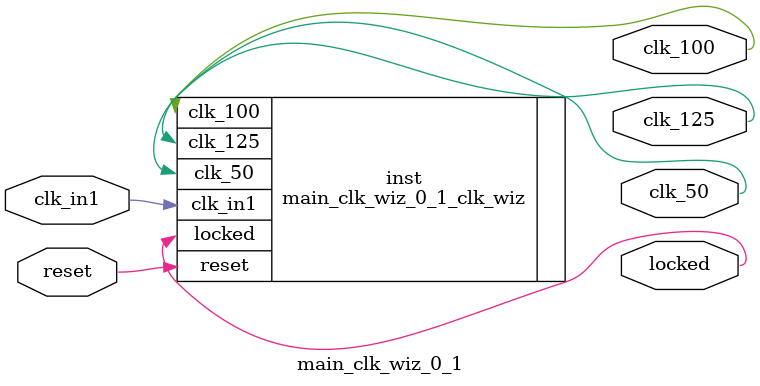
<source format=v>


`timescale 1ps/1ps

(* CORE_GENERATION_INFO = "main_clk_wiz_0_1,clk_wiz_v6_0_11_0_0,{component_name=main_clk_wiz_0_1,use_phase_alignment=true,use_min_o_jitter=false,use_max_i_jitter=false,use_dyn_phase_shift=false,use_inclk_switchover=false,use_dyn_reconfig=false,enable_axi=0,feedback_source=FDBK_AUTO,PRIMITIVE=MMCM,num_out_clk=3,clkin1_period=8.000,clkin2_period=10.000,use_power_down=false,use_reset=true,use_locked=true,use_inclk_stopped=false,feedback_type=SINGLE,CLOCK_MGR_TYPE=NA,manual_override=false}" *)

module main_clk_wiz_0_1 
 (
  // Clock out ports
  output        clk_100,
  output        clk_50,
  output        clk_125,
  // Status and control signals
  input         reset,
  output        locked,
 // Clock in ports
  input         clk_in1
 );

  main_clk_wiz_0_1_clk_wiz inst
  (
  // Clock out ports  
  .clk_100(clk_100),
  .clk_50(clk_50),
  .clk_125(clk_125),
  // Status and control signals               
  .reset(reset), 
  .locked(locked),
 // Clock in ports
  .clk_in1(clk_in1)
  );

endmodule

</source>
